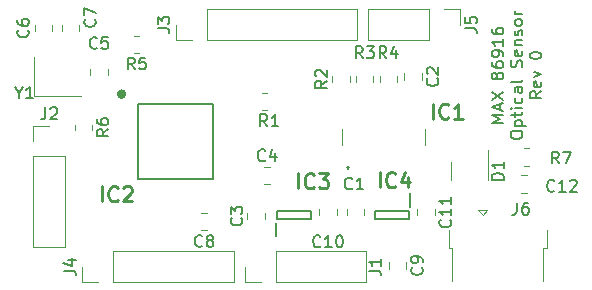
<source format=gto>
%TF.GenerationSoftware,KiCad,Pcbnew,(6.0.1)*%
%TF.CreationDate,2022-01-27T16:39:23-05:00*%
%TF.ProjectId,MAX_86916,4d41585f-3836-4393-9136-2e6b69636164,rev?*%
%TF.SameCoordinates,Original*%
%TF.FileFunction,Legend,Top*%
%TF.FilePolarity,Positive*%
%FSLAX46Y46*%
G04 Gerber Fmt 4.6, Leading zero omitted, Abs format (unit mm)*
G04 Created by KiCad (PCBNEW (6.0.1)) date 2022-01-27 16:39:23*
%MOMM*%
%LPD*%
G01*
G04 APERTURE LIST*
%ADD10C,0.150000*%
%ADD11C,0.254000*%
%ADD12C,0.120000*%
%ADD13C,0.200000*%
%ADD14C,0.400000*%
%ADD15C,0.100000*%
G04 APERTURE END LIST*
D10*
X96242380Y-109800000D02*
X95242380Y-109800000D01*
X95956666Y-109466666D01*
X95242380Y-109133333D01*
X96242380Y-109133333D01*
X95956666Y-108704761D02*
X95956666Y-108228571D01*
X96242380Y-108800000D02*
X95242380Y-108466666D01*
X96242380Y-108133333D01*
X95242380Y-107895238D02*
X96242380Y-107228571D01*
X95242380Y-107228571D02*
X96242380Y-107895238D01*
X95670952Y-105942857D02*
X95623333Y-106038095D01*
X95575714Y-106085714D01*
X95480476Y-106133333D01*
X95432857Y-106133333D01*
X95337619Y-106085714D01*
X95290000Y-106038095D01*
X95242380Y-105942857D01*
X95242380Y-105752380D01*
X95290000Y-105657142D01*
X95337619Y-105609523D01*
X95432857Y-105561904D01*
X95480476Y-105561904D01*
X95575714Y-105609523D01*
X95623333Y-105657142D01*
X95670952Y-105752380D01*
X95670952Y-105942857D01*
X95718571Y-106038095D01*
X95766190Y-106085714D01*
X95861428Y-106133333D01*
X96051904Y-106133333D01*
X96147142Y-106085714D01*
X96194761Y-106038095D01*
X96242380Y-105942857D01*
X96242380Y-105752380D01*
X96194761Y-105657142D01*
X96147142Y-105609523D01*
X96051904Y-105561904D01*
X95861428Y-105561904D01*
X95766190Y-105609523D01*
X95718571Y-105657142D01*
X95670952Y-105752380D01*
X95242380Y-104704761D02*
X95242380Y-104895238D01*
X95290000Y-104990476D01*
X95337619Y-105038095D01*
X95480476Y-105133333D01*
X95670952Y-105180952D01*
X96051904Y-105180952D01*
X96147142Y-105133333D01*
X96194761Y-105085714D01*
X96242380Y-104990476D01*
X96242380Y-104800000D01*
X96194761Y-104704761D01*
X96147142Y-104657142D01*
X96051904Y-104609523D01*
X95813809Y-104609523D01*
X95718571Y-104657142D01*
X95670952Y-104704761D01*
X95623333Y-104800000D01*
X95623333Y-104990476D01*
X95670952Y-105085714D01*
X95718571Y-105133333D01*
X95813809Y-105180952D01*
X96242380Y-104133333D02*
X96242380Y-103942857D01*
X96194761Y-103847619D01*
X96147142Y-103800000D01*
X96004285Y-103704761D01*
X95813809Y-103657142D01*
X95432857Y-103657142D01*
X95337619Y-103704761D01*
X95290000Y-103752380D01*
X95242380Y-103847619D01*
X95242380Y-104038095D01*
X95290000Y-104133333D01*
X95337619Y-104180952D01*
X95432857Y-104228571D01*
X95670952Y-104228571D01*
X95766190Y-104180952D01*
X95813809Y-104133333D01*
X95861428Y-104038095D01*
X95861428Y-103847619D01*
X95813809Y-103752380D01*
X95766190Y-103704761D01*
X95670952Y-103657142D01*
X96242380Y-102704761D02*
X96242380Y-103276190D01*
X96242380Y-102990476D02*
X95242380Y-102990476D01*
X95385238Y-103085714D01*
X95480476Y-103180952D01*
X95528095Y-103276190D01*
X95242380Y-101847619D02*
X95242380Y-102038095D01*
X95290000Y-102133333D01*
X95337619Y-102180952D01*
X95480476Y-102276190D01*
X95670952Y-102323809D01*
X96051904Y-102323809D01*
X96147142Y-102276190D01*
X96194761Y-102228571D01*
X96242380Y-102133333D01*
X96242380Y-101942857D01*
X96194761Y-101847619D01*
X96147142Y-101800000D01*
X96051904Y-101752380D01*
X95813809Y-101752380D01*
X95718571Y-101800000D01*
X95670952Y-101847619D01*
X95623333Y-101942857D01*
X95623333Y-102133333D01*
X95670952Y-102228571D01*
X95718571Y-102276190D01*
X95813809Y-102323809D01*
X96852380Y-110919047D02*
X96852380Y-110728571D01*
X96900000Y-110633333D01*
X96995238Y-110538095D01*
X97185714Y-110490476D01*
X97519047Y-110490476D01*
X97709523Y-110538095D01*
X97804761Y-110633333D01*
X97852380Y-110728571D01*
X97852380Y-110919047D01*
X97804761Y-111014285D01*
X97709523Y-111109523D01*
X97519047Y-111157142D01*
X97185714Y-111157142D01*
X96995238Y-111109523D01*
X96900000Y-111014285D01*
X96852380Y-110919047D01*
X97185714Y-110061904D02*
X98185714Y-110061904D01*
X97233333Y-110061904D02*
X97185714Y-109966666D01*
X97185714Y-109776190D01*
X97233333Y-109680952D01*
X97280952Y-109633333D01*
X97376190Y-109585714D01*
X97661904Y-109585714D01*
X97757142Y-109633333D01*
X97804761Y-109680952D01*
X97852380Y-109776190D01*
X97852380Y-109966666D01*
X97804761Y-110061904D01*
X97185714Y-109300000D02*
X97185714Y-108919047D01*
X96852380Y-109157142D02*
X97709523Y-109157142D01*
X97804761Y-109109523D01*
X97852380Y-109014285D01*
X97852380Y-108919047D01*
X97852380Y-108585714D02*
X97185714Y-108585714D01*
X96852380Y-108585714D02*
X96900000Y-108633333D01*
X96947619Y-108585714D01*
X96900000Y-108538095D01*
X96852380Y-108585714D01*
X96947619Y-108585714D01*
X97804761Y-107680952D02*
X97852380Y-107776190D01*
X97852380Y-107966666D01*
X97804761Y-108061904D01*
X97757142Y-108109523D01*
X97661904Y-108157142D01*
X97376190Y-108157142D01*
X97280952Y-108109523D01*
X97233333Y-108061904D01*
X97185714Y-107966666D01*
X97185714Y-107776190D01*
X97233333Y-107680952D01*
X97852380Y-106823809D02*
X97328571Y-106823809D01*
X97233333Y-106871428D01*
X97185714Y-106966666D01*
X97185714Y-107157142D01*
X97233333Y-107252380D01*
X97804761Y-106823809D02*
X97852380Y-106919047D01*
X97852380Y-107157142D01*
X97804761Y-107252380D01*
X97709523Y-107300000D01*
X97614285Y-107300000D01*
X97519047Y-107252380D01*
X97471428Y-107157142D01*
X97471428Y-106919047D01*
X97423809Y-106823809D01*
X97852380Y-106204761D02*
X97804761Y-106300000D01*
X97709523Y-106347619D01*
X96852380Y-106347619D01*
X97804761Y-105109523D02*
X97852380Y-104966666D01*
X97852380Y-104728571D01*
X97804761Y-104633333D01*
X97757142Y-104585714D01*
X97661904Y-104538095D01*
X97566666Y-104538095D01*
X97471428Y-104585714D01*
X97423809Y-104633333D01*
X97376190Y-104728571D01*
X97328571Y-104919047D01*
X97280952Y-105014285D01*
X97233333Y-105061904D01*
X97138095Y-105109523D01*
X97042857Y-105109523D01*
X96947619Y-105061904D01*
X96900000Y-105014285D01*
X96852380Y-104919047D01*
X96852380Y-104680952D01*
X96900000Y-104538095D01*
X97804761Y-103728571D02*
X97852380Y-103823809D01*
X97852380Y-104014285D01*
X97804761Y-104109523D01*
X97709523Y-104157142D01*
X97328571Y-104157142D01*
X97233333Y-104109523D01*
X97185714Y-104014285D01*
X97185714Y-103823809D01*
X97233333Y-103728571D01*
X97328571Y-103680952D01*
X97423809Y-103680952D01*
X97519047Y-104157142D01*
X97185714Y-103252380D02*
X97852380Y-103252380D01*
X97280952Y-103252380D02*
X97233333Y-103204761D01*
X97185714Y-103109523D01*
X97185714Y-102966666D01*
X97233333Y-102871428D01*
X97328571Y-102823809D01*
X97852380Y-102823809D01*
X97804761Y-102395238D02*
X97852380Y-102300000D01*
X97852380Y-102109523D01*
X97804761Y-102014285D01*
X97709523Y-101966666D01*
X97661904Y-101966666D01*
X97566666Y-102014285D01*
X97519047Y-102109523D01*
X97519047Y-102252380D01*
X97471428Y-102347619D01*
X97376190Y-102395238D01*
X97328571Y-102395238D01*
X97233333Y-102347619D01*
X97185714Y-102252380D01*
X97185714Y-102109523D01*
X97233333Y-102014285D01*
X97852380Y-101395238D02*
X97804761Y-101490476D01*
X97757142Y-101538095D01*
X97661904Y-101585714D01*
X97376190Y-101585714D01*
X97280952Y-101538095D01*
X97233333Y-101490476D01*
X97185714Y-101395238D01*
X97185714Y-101252380D01*
X97233333Y-101157142D01*
X97280952Y-101109523D01*
X97376190Y-101061904D01*
X97661904Y-101061904D01*
X97757142Y-101109523D01*
X97804761Y-101157142D01*
X97852380Y-101252380D01*
X97852380Y-101395238D01*
X97852380Y-100633333D02*
X97185714Y-100633333D01*
X97376190Y-100633333D02*
X97280952Y-100585714D01*
X97233333Y-100538095D01*
X97185714Y-100442857D01*
X97185714Y-100347619D01*
X99462380Y-107157142D02*
X98986190Y-107490476D01*
X99462380Y-107728571D02*
X98462380Y-107728571D01*
X98462380Y-107347619D01*
X98510000Y-107252380D01*
X98557619Y-107204761D01*
X98652857Y-107157142D01*
X98795714Y-107157142D01*
X98890952Y-107204761D01*
X98938571Y-107252380D01*
X98986190Y-107347619D01*
X98986190Y-107728571D01*
X99414761Y-106347619D02*
X99462380Y-106442857D01*
X99462380Y-106633333D01*
X99414761Y-106728571D01*
X99319523Y-106776190D01*
X98938571Y-106776190D01*
X98843333Y-106728571D01*
X98795714Y-106633333D01*
X98795714Y-106442857D01*
X98843333Y-106347619D01*
X98938571Y-106300000D01*
X99033809Y-106300000D01*
X99129047Y-106776190D01*
X98795714Y-105966666D02*
X99462380Y-105728571D01*
X98795714Y-105490476D01*
X98462380Y-104157142D02*
X98462380Y-104061904D01*
X98510000Y-103966666D01*
X98557619Y-103919047D01*
X98652857Y-103871428D01*
X98843333Y-103823809D01*
X99081428Y-103823809D01*
X99271904Y-103871428D01*
X99367142Y-103919047D01*
X99414761Y-103966666D01*
X99462380Y-104061904D01*
X99462380Y-104157142D01*
X99414761Y-104252380D01*
X99367142Y-104300000D01*
X99271904Y-104347619D01*
X99081428Y-104395238D01*
X98843333Y-104395238D01*
X98652857Y-104347619D01*
X98557619Y-104300000D01*
X98510000Y-104252380D01*
X98462380Y-104157142D01*
%TO.C,J2*%
X57454166Y-108522380D02*
X57454166Y-109236666D01*
X57406547Y-109379523D01*
X57311309Y-109474761D01*
X57168452Y-109522380D01*
X57073214Y-109522380D01*
X57882738Y-108617619D02*
X57930357Y-108570000D01*
X58025595Y-108522380D01*
X58263690Y-108522380D01*
X58358928Y-108570000D01*
X58406547Y-108617619D01*
X58454166Y-108712857D01*
X58454166Y-108808095D01*
X58406547Y-108950952D01*
X57835119Y-109522380D01*
X58454166Y-109522380D01*
%TO.C,R5*%
X65020833Y-105302380D02*
X64687500Y-104826190D01*
X64449404Y-105302380D02*
X64449404Y-104302380D01*
X64830357Y-104302380D01*
X64925595Y-104350000D01*
X64973214Y-104397619D01*
X65020833Y-104492857D01*
X65020833Y-104635714D01*
X64973214Y-104730952D01*
X64925595Y-104778571D01*
X64830357Y-104826190D01*
X64449404Y-104826190D01*
X65925595Y-104302380D02*
X65449404Y-104302380D01*
X65401785Y-104778571D01*
X65449404Y-104730952D01*
X65544642Y-104683333D01*
X65782738Y-104683333D01*
X65877976Y-104730952D01*
X65925595Y-104778571D01*
X65973214Y-104873809D01*
X65973214Y-105111904D01*
X65925595Y-105207142D01*
X65877976Y-105254761D01*
X65782738Y-105302380D01*
X65544642Y-105302380D01*
X65449404Y-105254761D01*
X65401785Y-105207142D01*
%TO.C,C4*%
X76070833Y-112977142D02*
X76023214Y-113024761D01*
X75880357Y-113072380D01*
X75785119Y-113072380D01*
X75642261Y-113024761D01*
X75547023Y-112929523D01*
X75499404Y-112834285D01*
X75451785Y-112643809D01*
X75451785Y-112500952D01*
X75499404Y-112310476D01*
X75547023Y-112215238D01*
X75642261Y-112120000D01*
X75785119Y-112072380D01*
X75880357Y-112072380D01*
X76023214Y-112120000D01*
X76070833Y-112167619D01*
X76927976Y-112405714D02*
X76927976Y-113072380D01*
X76689880Y-112024761D02*
X76451785Y-112739047D01*
X77070833Y-112739047D01*
%TO.C,J4*%
X59034880Y-122333333D02*
X59749166Y-122333333D01*
X59892023Y-122380952D01*
X59987261Y-122476190D01*
X60034880Y-122619047D01*
X60034880Y-122714285D01*
X59368214Y-121428571D02*
X60034880Y-121428571D01*
X58987261Y-121666666D02*
X59701547Y-121904761D01*
X59701547Y-121285714D01*
%TO.C,J6*%
X97391666Y-116587380D02*
X97391666Y-117301666D01*
X97344047Y-117444523D01*
X97248809Y-117539761D01*
X97105952Y-117587380D01*
X97010714Y-117587380D01*
X98296428Y-116587380D02*
X98105952Y-116587380D01*
X98010714Y-116635000D01*
X97963095Y-116682619D01*
X97867857Y-116825476D01*
X97820238Y-117015952D01*
X97820238Y-117396904D01*
X97867857Y-117492142D01*
X97915476Y-117539761D01*
X98010714Y-117587380D01*
X98201190Y-117587380D01*
X98296428Y-117539761D01*
X98344047Y-117492142D01*
X98391666Y-117396904D01*
X98391666Y-117158809D01*
X98344047Y-117063571D01*
X98296428Y-117015952D01*
X98201190Y-116968333D01*
X98010714Y-116968333D01*
X97915476Y-117015952D01*
X97867857Y-117063571D01*
X97820238Y-117158809D01*
%TO.C,C12*%
X100557142Y-115557142D02*
X100509523Y-115604761D01*
X100366666Y-115652380D01*
X100271428Y-115652380D01*
X100128571Y-115604761D01*
X100033333Y-115509523D01*
X99985714Y-115414285D01*
X99938095Y-115223809D01*
X99938095Y-115080952D01*
X99985714Y-114890476D01*
X100033333Y-114795238D01*
X100128571Y-114700000D01*
X100271428Y-114652380D01*
X100366666Y-114652380D01*
X100509523Y-114700000D01*
X100557142Y-114747619D01*
X101509523Y-115652380D02*
X100938095Y-115652380D01*
X101223809Y-115652380D02*
X101223809Y-114652380D01*
X101128571Y-114795238D01*
X101033333Y-114890476D01*
X100938095Y-114938095D01*
X101890476Y-114747619D02*
X101938095Y-114700000D01*
X102033333Y-114652380D01*
X102271428Y-114652380D01*
X102366666Y-114700000D01*
X102414285Y-114747619D01*
X102461904Y-114842857D01*
X102461904Y-114938095D01*
X102414285Y-115080952D01*
X101842857Y-115652380D01*
X102461904Y-115652380D01*
%TO.C,C11*%
X91737142Y-118042857D02*
X91784761Y-118090476D01*
X91832380Y-118233333D01*
X91832380Y-118328571D01*
X91784761Y-118471428D01*
X91689523Y-118566666D01*
X91594285Y-118614285D01*
X91403809Y-118661904D01*
X91260952Y-118661904D01*
X91070476Y-118614285D01*
X90975238Y-118566666D01*
X90880000Y-118471428D01*
X90832380Y-118328571D01*
X90832380Y-118233333D01*
X90880000Y-118090476D01*
X90927619Y-118042857D01*
X91832380Y-117090476D02*
X91832380Y-117661904D01*
X91832380Y-117376190D02*
X90832380Y-117376190D01*
X90975238Y-117471428D01*
X91070476Y-117566666D01*
X91118095Y-117661904D01*
X91832380Y-116138095D02*
X91832380Y-116709523D01*
X91832380Y-116423809D02*
X90832380Y-116423809D01*
X90975238Y-116519047D01*
X91070476Y-116614285D01*
X91118095Y-116709523D01*
%TO.C,D1*%
X96252380Y-114638095D02*
X95252380Y-114638095D01*
X95252380Y-114400000D01*
X95300000Y-114257142D01*
X95395238Y-114161904D01*
X95490476Y-114114285D01*
X95680952Y-114066666D01*
X95823809Y-114066666D01*
X96014285Y-114114285D01*
X96109523Y-114161904D01*
X96204761Y-114257142D01*
X96252380Y-114400000D01*
X96252380Y-114638095D01*
X96252380Y-113114285D02*
X96252380Y-113685714D01*
X96252380Y-113400000D02*
X95252380Y-113400000D01*
X95395238Y-113495238D01*
X95490476Y-113590476D01*
X95538095Y-113685714D01*
%TO.C,Y1*%
X55223809Y-107276190D02*
X55223809Y-107752380D01*
X54890476Y-106752380D02*
X55223809Y-107276190D01*
X55557142Y-106752380D01*
X56414285Y-107752380D02*
X55842857Y-107752380D01*
X56128571Y-107752380D02*
X56128571Y-106752380D01*
X56033333Y-106895238D01*
X55938095Y-106990476D01*
X55842857Y-107038095D01*
%TO.C,C9*%
X89337142Y-122066666D02*
X89384761Y-122114285D01*
X89432380Y-122257142D01*
X89432380Y-122352380D01*
X89384761Y-122495238D01*
X89289523Y-122590476D01*
X89194285Y-122638095D01*
X89003809Y-122685714D01*
X88860952Y-122685714D01*
X88670476Y-122638095D01*
X88575238Y-122590476D01*
X88480000Y-122495238D01*
X88432380Y-122352380D01*
X88432380Y-122257142D01*
X88480000Y-122114285D01*
X88527619Y-122066666D01*
X89432380Y-121590476D02*
X89432380Y-121400000D01*
X89384761Y-121304761D01*
X89337142Y-121257142D01*
X89194285Y-121161904D01*
X89003809Y-121114285D01*
X88622857Y-121114285D01*
X88527619Y-121161904D01*
X88480000Y-121209523D01*
X88432380Y-121304761D01*
X88432380Y-121495238D01*
X88480000Y-121590476D01*
X88527619Y-121638095D01*
X88622857Y-121685714D01*
X88860952Y-121685714D01*
X88956190Y-121638095D01*
X89003809Y-121590476D01*
X89051428Y-121495238D01*
X89051428Y-121304761D01*
X89003809Y-121209523D01*
X88956190Y-121161904D01*
X88860952Y-121114285D01*
D11*
%TO.C,IC2*%
X62260238Y-116474523D02*
X62260238Y-115204523D01*
X63590714Y-116353571D02*
X63530238Y-116414047D01*
X63348809Y-116474523D01*
X63227857Y-116474523D01*
X63046428Y-116414047D01*
X62925476Y-116293095D01*
X62865000Y-116172142D01*
X62804523Y-115930238D01*
X62804523Y-115748809D01*
X62865000Y-115506904D01*
X62925476Y-115385952D01*
X63046428Y-115265000D01*
X63227857Y-115204523D01*
X63348809Y-115204523D01*
X63530238Y-115265000D01*
X63590714Y-115325476D01*
X64074523Y-115325476D02*
X64135000Y-115265000D01*
X64255952Y-115204523D01*
X64558333Y-115204523D01*
X64679285Y-115265000D01*
X64739761Y-115325476D01*
X64800238Y-115446428D01*
X64800238Y-115567380D01*
X64739761Y-115748809D01*
X64014047Y-116474523D01*
X64800238Y-116474523D01*
D10*
%TO.C,R2*%
X81302380Y-106266666D02*
X80826190Y-106600000D01*
X81302380Y-106838095D02*
X80302380Y-106838095D01*
X80302380Y-106457142D01*
X80350000Y-106361904D01*
X80397619Y-106314285D01*
X80492857Y-106266666D01*
X80635714Y-106266666D01*
X80730952Y-106314285D01*
X80778571Y-106361904D01*
X80826190Y-106457142D01*
X80826190Y-106838095D01*
X80397619Y-105885714D02*
X80350000Y-105838095D01*
X80302380Y-105742857D01*
X80302380Y-105504761D01*
X80350000Y-105409523D01*
X80397619Y-105361904D01*
X80492857Y-105314285D01*
X80588095Y-105314285D01*
X80730952Y-105361904D01*
X81302380Y-105933333D01*
X81302380Y-105314285D01*
%TO.C,R3*%
X84333333Y-104352380D02*
X84000000Y-103876190D01*
X83761904Y-104352380D02*
X83761904Y-103352380D01*
X84142857Y-103352380D01*
X84238095Y-103400000D01*
X84285714Y-103447619D01*
X84333333Y-103542857D01*
X84333333Y-103685714D01*
X84285714Y-103780952D01*
X84238095Y-103828571D01*
X84142857Y-103876190D01*
X83761904Y-103876190D01*
X84666666Y-103352380D02*
X85285714Y-103352380D01*
X84952380Y-103733333D01*
X85095238Y-103733333D01*
X85190476Y-103780952D01*
X85238095Y-103828571D01*
X85285714Y-103923809D01*
X85285714Y-104161904D01*
X85238095Y-104257142D01*
X85190476Y-104304761D01*
X85095238Y-104352380D01*
X84809523Y-104352380D01*
X84714285Y-104304761D01*
X84666666Y-104257142D01*
D11*
%TO.C,IC4*%
X85760238Y-115274523D02*
X85760238Y-114004523D01*
X87090714Y-115153571D02*
X87030238Y-115214047D01*
X86848809Y-115274523D01*
X86727857Y-115274523D01*
X86546428Y-115214047D01*
X86425476Y-115093095D01*
X86365000Y-114972142D01*
X86304523Y-114730238D01*
X86304523Y-114548809D01*
X86365000Y-114306904D01*
X86425476Y-114185952D01*
X86546428Y-114065000D01*
X86727857Y-114004523D01*
X86848809Y-114004523D01*
X87030238Y-114065000D01*
X87090714Y-114125476D01*
X88179285Y-114427857D02*
X88179285Y-115274523D01*
X87876904Y-113944047D02*
X87574523Y-114851190D01*
X88360714Y-114851190D01*
D10*
%TO.C,R6*%
X62802380Y-110366666D02*
X62326190Y-110700000D01*
X62802380Y-110938095D02*
X61802380Y-110938095D01*
X61802380Y-110557142D01*
X61850000Y-110461904D01*
X61897619Y-110414285D01*
X61992857Y-110366666D01*
X62135714Y-110366666D01*
X62230952Y-110414285D01*
X62278571Y-110461904D01*
X62326190Y-110557142D01*
X62326190Y-110938095D01*
X61802380Y-109509523D02*
X61802380Y-109700000D01*
X61850000Y-109795238D01*
X61897619Y-109842857D01*
X62040476Y-109938095D01*
X62230952Y-109985714D01*
X62611904Y-109985714D01*
X62707142Y-109938095D01*
X62754761Y-109890476D01*
X62802380Y-109795238D01*
X62802380Y-109604761D01*
X62754761Y-109509523D01*
X62707142Y-109461904D01*
X62611904Y-109414285D01*
X62373809Y-109414285D01*
X62278571Y-109461904D01*
X62230952Y-109509523D01*
X62183333Y-109604761D01*
X62183333Y-109795238D01*
X62230952Y-109890476D01*
X62278571Y-109938095D01*
X62373809Y-109985714D01*
%TO.C,J5*%
X93007380Y-101833333D02*
X93721666Y-101833333D01*
X93864523Y-101880952D01*
X93959761Y-101976190D01*
X94007380Y-102119047D01*
X94007380Y-102214285D01*
X93007380Y-100880952D02*
X93007380Y-101357142D01*
X93483571Y-101404761D01*
X93435952Y-101357142D01*
X93388333Y-101261904D01*
X93388333Y-101023809D01*
X93435952Y-100928571D01*
X93483571Y-100880952D01*
X93578809Y-100833333D01*
X93816904Y-100833333D01*
X93912142Y-100880952D01*
X93959761Y-100928571D01*
X94007380Y-101023809D01*
X94007380Y-101261904D01*
X93959761Y-101357142D01*
X93912142Y-101404761D01*
%TO.C,C2*%
X90637142Y-106066666D02*
X90684761Y-106114285D01*
X90732380Y-106257142D01*
X90732380Y-106352380D01*
X90684761Y-106495238D01*
X90589523Y-106590476D01*
X90494285Y-106638095D01*
X90303809Y-106685714D01*
X90160952Y-106685714D01*
X89970476Y-106638095D01*
X89875238Y-106590476D01*
X89780000Y-106495238D01*
X89732380Y-106352380D01*
X89732380Y-106257142D01*
X89780000Y-106114285D01*
X89827619Y-106066666D01*
X89827619Y-105685714D02*
X89780000Y-105638095D01*
X89732380Y-105542857D01*
X89732380Y-105304761D01*
X89780000Y-105209523D01*
X89827619Y-105161904D01*
X89922857Y-105114285D01*
X90018095Y-105114285D01*
X90160952Y-105161904D01*
X90732380Y-105733333D01*
X90732380Y-105114285D01*
D11*
%TO.C,IC1*%
X90260238Y-109474523D02*
X90260238Y-108204523D01*
X91590714Y-109353571D02*
X91530238Y-109414047D01*
X91348809Y-109474523D01*
X91227857Y-109474523D01*
X91046428Y-109414047D01*
X90925476Y-109293095D01*
X90865000Y-109172142D01*
X90804523Y-108930238D01*
X90804523Y-108748809D01*
X90865000Y-108506904D01*
X90925476Y-108385952D01*
X91046428Y-108265000D01*
X91227857Y-108204523D01*
X91348809Y-108204523D01*
X91530238Y-108265000D01*
X91590714Y-108325476D01*
X92800238Y-109474523D02*
X92074523Y-109474523D01*
X92437380Y-109474523D02*
X92437380Y-108204523D01*
X92316428Y-108385952D01*
X92195476Y-108506904D01*
X92074523Y-108567380D01*
D10*
%TO.C,J1*%
X84852380Y-122333333D02*
X85566666Y-122333333D01*
X85709523Y-122380952D01*
X85804761Y-122476190D01*
X85852380Y-122619047D01*
X85852380Y-122714285D01*
X85852380Y-121333333D02*
X85852380Y-121904761D01*
X85852380Y-121619047D02*
X84852380Y-121619047D01*
X84995238Y-121714285D01*
X85090476Y-121809523D01*
X85138095Y-121904761D01*
%TO.C,R4*%
X86333333Y-104352380D02*
X86000000Y-103876190D01*
X85761904Y-104352380D02*
X85761904Y-103352380D01*
X86142857Y-103352380D01*
X86238095Y-103400000D01*
X86285714Y-103447619D01*
X86333333Y-103542857D01*
X86333333Y-103685714D01*
X86285714Y-103780952D01*
X86238095Y-103828571D01*
X86142857Y-103876190D01*
X85761904Y-103876190D01*
X87190476Y-103685714D02*
X87190476Y-104352380D01*
X86952380Y-103304761D02*
X86714285Y-104019047D01*
X87333333Y-104019047D01*
%TO.C,C1*%
X83433333Y-115357142D02*
X83385714Y-115404761D01*
X83242857Y-115452380D01*
X83147619Y-115452380D01*
X83004761Y-115404761D01*
X82909523Y-115309523D01*
X82861904Y-115214285D01*
X82814285Y-115023809D01*
X82814285Y-114880952D01*
X82861904Y-114690476D01*
X82909523Y-114595238D01*
X83004761Y-114500000D01*
X83147619Y-114452380D01*
X83242857Y-114452380D01*
X83385714Y-114500000D01*
X83433333Y-114547619D01*
X84385714Y-115452380D02*
X83814285Y-115452380D01*
X84100000Y-115452380D02*
X84100000Y-114452380D01*
X84004761Y-114595238D01*
X83909523Y-114690476D01*
X83814285Y-114738095D01*
%TO.C,R7*%
X100933333Y-113252380D02*
X100600000Y-112776190D01*
X100361904Y-113252380D02*
X100361904Y-112252380D01*
X100742857Y-112252380D01*
X100838095Y-112300000D01*
X100885714Y-112347619D01*
X100933333Y-112442857D01*
X100933333Y-112585714D01*
X100885714Y-112680952D01*
X100838095Y-112728571D01*
X100742857Y-112776190D01*
X100361904Y-112776190D01*
X101266666Y-112252380D02*
X101933333Y-112252380D01*
X101504761Y-113252380D01*
%TO.C,C7*%
X61637142Y-101066666D02*
X61684761Y-101114285D01*
X61732380Y-101257142D01*
X61732380Y-101352380D01*
X61684761Y-101495238D01*
X61589523Y-101590476D01*
X61494285Y-101638095D01*
X61303809Y-101685714D01*
X61160952Y-101685714D01*
X60970476Y-101638095D01*
X60875238Y-101590476D01*
X60780000Y-101495238D01*
X60732380Y-101352380D01*
X60732380Y-101257142D01*
X60780000Y-101114285D01*
X60827619Y-101066666D01*
X60732380Y-100733333D02*
X60732380Y-100066666D01*
X61732380Y-100495238D01*
D11*
%TO.C,IC3*%
X78860238Y-115374523D02*
X78860238Y-114104523D01*
X80190714Y-115253571D02*
X80130238Y-115314047D01*
X79948809Y-115374523D01*
X79827857Y-115374523D01*
X79646428Y-115314047D01*
X79525476Y-115193095D01*
X79465000Y-115072142D01*
X79404523Y-114830238D01*
X79404523Y-114648809D01*
X79465000Y-114406904D01*
X79525476Y-114285952D01*
X79646428Y-114165000D01*
X79827857Y-114104523D01*
X79948809Y-114104523D01*
X80130238Y-114165000D01*
X80190714Y-114225476D01*
X80614047Y-114104523D02*
X81400238Y-114104523D01*
X80976904Y-114588333D01*
X81158333Y-114588333D01*
X81279285Y-114648809D01*
X81339761Y-114709285D01*
X81400238Y-114830238D01*
X81400238Y-115132619D01*
X81339761Y-115253571D01*
X81279285Y-115314047D01*
X81158333Y-115374523D01*
X80795476Y-115374523D01*
X80674523Y-115314047D01*
X80614047Y-115253571D01*
D10*
%TO.C,C6*%
X55977142Y-101966666D02*
X56024761Y-102014285D01*
X56072380Y-102157142D01*
X56072380Y-102252380D01*
X56024761Y-102395238D01*
X55929523Y-102490476D01*
X55834285Y-102538095D01*
X55643809Y-102585714D01*
X55500952Y-102585714D01*
X55310476Y-102538095D01*
X55215238Y-102490476D01*
X55120000Y-102395238D01*
X55072380Y-102252380D01*
X55072380Y-102157142D01*
X55120000Y-102014285D01*
X55167619Y-101966666D01*
X55072380Y-101109523D02*
X55072380Y-101300000D01*
X55120000Y-101395238D01*
X55167619Y-101442857D01*
X55310476Y-101538095D01*
X55500952Y-101585714D01*
X55881904Y-101585714D01*
X55977142Y-101538095D01*
X56024761Y-101490476D01*
X56072380Y-101395238D01*
X56072380Y-101204761D01*
X56024761Y-101109523D01*
X55977142Y-101061904D01*
X55881904Y-101014285D01*
X55643809Y-101014285D01*
X55548571Y-101061904D01*
X55500952Y-101109523D01*
X55453333Y-101204761D01*
X55453333Y-101395238D01*
X55500952Y-101490476D01*
X55548571Y-101538095D01*
X55643809Y-101585714D01*
%TO.C,C5*%
X61833333Y-103457142D02*
X61785714Y-103504761D01*
X61642857Y-103552380D01*
X61547619Y-103552380D01*
X61404761Y-103504761D01*
X61309523Y-103409523D01*
X61261904Y-103314285D01*
X61214285Y-103123809D01*
X61214285Y-102980952D01*
X61261904Y-102790476D01*
X61309523Y-102695238D01*
X61404761Y-102600000D01*
X61547619Y-102552380D01*
X61642857Y-102552380D01*
X61785714Y-102600000D01*
X61833333Y-102647619D01*
X62738095Y-102552380D02*
X62261904Y-102552380D01*
X62214285Y-103028571D01*
X62261904Y-102980952D01*
X62357142Y-102933333D01*
X62595238Y-102933333D01*
X62690476Y-102980952D01*
X62738095Y-103028571D01*
X62785714Y-103123809D01*
X62785714Y-103361904D01*
X62738095Y-103457142D01*
X62690476Y-103504761D01*
X62595238Y-103552380D01*
X62357142Y-103552380D01*
X62261904Y-103504761D01*
X62214285Y-103457142D01*
%TO.C,C8*%
X70733333Y-120237142D02*
X70685714Y-120284761D01*
X70542857Y-120332380D01*
X70447619Y-120332380D01*
X70304761Y-120284761D01*
X70209523Y-120189523D01*
X70161904Y-120094285D01*
X70114285Y-119903809D01*
X70114285Y-119760952D01*
X70161904Y-119570476D01*
X70209523Y-119475238D01*
X70304761Y-119380000D01*
X70447619Y-119332380D01*
X70542857Y-119332380D01*
X70685714Y-119380000D01*
X70733333Y-119427619D01*
X71304761Y-119760952D02*
X71209523Y-119713333D01*
X71161904Y-119665714D01*
X71114285Y-119570476D01*
X71114285Y-119522857D01*
X71161904Y-119427619D01*
X71209523Y-119380000D01*
X71304761Y-119332380D01*
X71495238Y-119332380D01*
X71590476Y-119380000D01*
X71638095Y-119427619D01*
X71685714Y-119522857D01*
X71685714Y-119570476D01*
X71638095Y-119665714D01*
X71590476Y-119713333D01*
X71495238Y-119760952D01*
X71304761Y-119760952D01*
X71209523Y-119808571D01*
X71161904Y-119856190D01*
X71114285Y-119951428D01*
X71114285Y-120141904D01*
X71161904Y-120237142D01*
X71209523Y-120284761D01*
X71304761Y-120332380D01*
X71495238Y-120332380D01*
X71590476Y-120284761D01*
X71638095Y-120237142D01*
X71685714Y-120141904D01*
X71685714Y-119951428D01*
X71638095Y-119856190D01*
X71590476Y-119808571D01*
X71495238Y-119760952D01*
%TO.C,C3*%
X74057142Y-117866666D02*
X74104761Y-117914285D01*
X74152380Y-118057142D01*
X74152380Y-118152380D01*
X74104761Y-118295238D01*
X74009523Y-118390476D01*
X73914285Y-118438095D01*
X73723809Y-118485714D01*
X73580952Y-118485714D01*
X73390476Y-118438095D01*
X73295238Y-118390476D01*
X73200000Y-118295238D01*
X73152380Y-118152380D01*
X73152380Y-118057142D01*
X73200000Y-117914285D01*
X73247619Y-117866666D01*
X73152380Y-117533333D02*
X73152380Y-116914285D01*
X73533333Y-117247619D01*
X73533333Y-117104761D01*
X73580952Y-117009523D01*
X73628571Y-116961904D01*
X73723809Y-116914285D01*
X73961904Y-116914285D01*
X74057142Y-116961904D01*
X74104761Y-117009523D01*
X74152380Y-117104761D01*
X74152380Y-117390476D01*
X74104761Y-117485714D01*
X74057142Y-117533333D01*
%TO.C,J3*%
X66972380Y-101833333D02*
X67686666Y-101833333D01*
X67829523Y-101880952D01*
X67924761Y-101976190D01*
X67972380Y-102119047D01*
X67972380Y-102214285D01*
X66972380Y-101452380D02*
X66972380Y-100833333D01*
X67353333Y-101166666D01*
X67353333Y-101023809D01*
X67400952Y-100928571D01*
X67448571Y-100880952D01*
X67543809Y-100833333D01*
X67781904Y-100833333D01*
X67877142Y-100880952D01*
X67924761Y-100928571D01*
X67972380Y-101023809D01*
X67972380Y-101309523D01*
X67924761Y-101404761D01*
X67877142Y-101452380D01*
%TO.C,C10*%
X80757142Y-120257142D02*
X80709523Y-120304761D01*
X80566666Y-120352380D01*
X80471428Y-120352380D01*
X80328571Y-120304761D01*
X80233333Y-120209523D01*
X80185714Y-120114285D01*
X80138095Y-119923809D01*
X80138095Y-119780952D01*
X80185714Y-119590476D01*
X80233333Y-119495238D01*
X80328571Y-119400000D01*
X80471428Y-119352380D01*
X80566666Y-119352380D01*
X80709523Y-119400000D01*
X80757142Y-119447619D01*
X81709523Y-120352380D02*
X81138095Y-120352380D01*
X81423809Y-120352380D02*
X81423809Y-119352380D01*
X81328571Y-119495238D01*
X81233333Y-119590476D01*
X81138095Y-119638095D01*
X82328571Y-119352380D02*
X82423809Y-119352380D01*
X82519047Y-119400000D01*
X82566666Y-119447619D01*
X82614285Y-119542857D01*
X82661904Y-119733333D01*
X82661904Y-119971428D01*
X82614285Y-120161904D01*
X82566666Y-120257142D01*
X82519047Y-120304761D01*
X82423809Y-120352380D01*
X82328571Y-120352380D01*
X82233333Y-120304761D01*
X82185714Y-120257142D01*
X82138095Y-120161904D01*
X82090476Y-119971428D01*
X82090476Y-119733333D01*
X82138095Y-119542857D01*
X82185714Y-119447619D01*
X82233333Y-119400000D01*
X82328571Y-119352380D01*
%TO.C,R1*%
X76233333Y-110102380D02*
X75900000Y-109626190D01*
X75661904Y-110102380D02*
X75661904Y-109102380D01*
X76042857Y-109102380D01*
X76138095Y-109150000D01*
X76185714Y-109197619D01*
X76233333Y-109292857D01*
X76233333Y-109435714D01*
X76185714Y-109530952D01*
X76138095Y-109578571D01*
X76042857Y-109626190D01*
X75661904Y-109626190D01*
X77185714Y-110102380D02*
X76614285Y-110102380D01*
X76900000Y-110102380D02*
X76900000Y-109102380D01*
X76804761Y-109245238D01*
X76709523Y-109340476D01*
X76614285Y-109388095D01*
D12*
%TO.C,J2*%
X56457500Y-112670000D02*
X56457500Y-120350000D01*
X56457500Y-120350000D02*
X59117500Y-120350000D01*
X56457500Y-111400000D02*
X56457500Y-110070000D01*
X56457500Y-110070000D02*
X57787500Y-110070000D01*
X59117500Y-112670000D02*
X59117500Y-120350000D01*
X56457500Y-112670000D02*
X59117500Y-112670000D01*
%TO.C,R5*%
X65414564Y-103935000D02*
X64960436Y-103935000D01*
X65414564Y-102465000D02*
X64960436Y-102465000D01*
%TO.C,C4*%
X75976248Y-113565000D02*
X76498752Y-113565000D01*
X75976248Y-115035000D02*
X76498752Y-115035000D01*
%TO.C,J4*%
X63182500Y-120670000D02*
X73402500Y-120670000D01*
X63182500Y-123330000D02*
X73402500Y-123330000D01*
X63182500Y-123330000D02*
X63182500Y-120670000D01*
X61912500Y-123330000D02*
X60582500Y-123330000D01*
X73402500Y-123330000D02*
X73402500Y-120670000D01*
X60582500Y-123330000D02*
X60582500Y-122000000D01*
%TO.C,J6*%
X94475000Y-117635000D02*
X94075000Y-117185000D01*
X94075000Y-117185000D02*
X94875000Y-117185000D01*
X99625000Y-120435000D02*
X99925000Y-120435000D01*
X94875000Y-117185000D02*
X94475000Y-117635000D01*
X91625000Y-120435000D02*
X91625000Y-118885000D01*
X91925000Y-123235000D02*
X91925000Y-120435000D01*
X99925000Y-120435000D02*
X99925000Y-118885000D01*
X91625000Y-120435000D02*
X91925000Y-120435000D01*
X99625000Y-123235000D02*
X99625000Y-120435000D01*
%TO.C,C12*%
X98261252Y-115735000D02*
X97738748Y-115735000D01*
X98261252Y-114265000D02*
X97738748Y-114265000D01*
%TO.C,C11*%
X90435000Y-117138748D02*
X90435000Y-117661252D01*
X88965000Y-117138748D02*
X88965000Y-117661252D01*
%TO.C,D1*%
X94960000Y-113900000D02*
X94960000Y-112100000D01*
X94960000Y-113900000D02*
X94960000Y-114700000D01*
X91840000Y-113900000D02*
X91840000Y-113100000D01*
X91840000Y-113900000D02*
X91840000Y-114700000D01*
%TO.C,Y1*%
X56500000Y-107550000D02*
X60500000Y-107550000D01*
X56500000Y-104250000D02*
X56500000Y-107550000D01*
%TO.C,C9*%
X88035000Y-121638748D02*
X88035000Y-122161252D01*
X86565000Y-121638748D02*
X86565000Y-122161252D01*
D13*
%TO.C,IC2*%
X71637500Y-114550000D02*
X65337500Y-114550000D01*
X65337500Y-114550000D02*
X65337500Y-108250000D01*
X65337500Y-108250000D02*
X71637500Y-108250000D01*
X71637500Y-108250000D02*
X71637500Y-114550000D01*
D14*
X64112500Y-107400000D02*
G75*
G03*
X64112500Y-107400000I-200000J0D01*
G01*
D12*
%TO.C,R2*%
X81765000Y-106327064D02*
X81765000Y-105872936D01*
X83235000Y-106327064D02*
X83235000Y-105872936D01*
%TO.C,R3*%
X85235000Y-106327064D02*
X85235000Y-105872936D01*
X83765000Y-106327064D02*
X83765000Y-105872936D01*
D13*
%TO.C,IC4*%
X88250000Y-117275000D02*
X88250000Y-117925000D01*
X88300000Y-115775000D02*
X88300000Y-116925000D01*
X88250000Y-117925000D02*
X85350000Y-117925000D01*
X85350000Y-117275000D02*
X88250000Y-117275000D01*
X85350000Y-117925000D02*
X85350000Y-117275000D01*
D12*
%TO.C,R6*%
X61435000Y-109972936D02*
X61435000Y-110427064D01*
X59965000Y-109972936D02*
X59965000Y-110427064D01*
%TO.C,J5*%
X89955000Y-100170000D02*
X84815000Y-100170000D01*
X91225000Y-100170000D02*
X92555000Y-100170000D01*
X92555000Y-100170000D02*
X92555000Y-101500000D01*
X89955000Y-102830000D02*
X84815000Y-102830000D01*
X89955000Y-100170000D02*
X89955000Y-102830000D01*
X84815000Y-100170000D02*
X84815000Y-102830000D01*
%TO.C,C2*%
X89335000Y-105638748D02*
X89335000Y-106161252D01*
X87865000Y-105638748D02*
X87865000Y-106161252D01*
D15*
%TO.C,IC1*%
X82587500Y-111725000D02*
X82587500Y-111725000D01*
X89587500Y-111725000D02*
X89587500Y-111725000D01*
X89587500Y-110325000D02*
X89587500Y-110325000D01*
D13*
X83087500Y-113725000D02*
X83087500Y-113725000D01*
D15*
X82587500Y-110325000D02*
X82587500Y-110325000D01*
X89587500Y-111725000D02*
X89587500Y-110325000D01*
D13*
X83087500Y-113525000D02*
X83087500Y-113525000D01*
D15*
X82587500Y-111725000D02*
X82587500Y-110325000D01*
X89587500Y-110325000D02*
X89587500Y-111725000D01*
D13*
X83087500Y-113725000D02*
X83087500Y-113725000D01*
D15*
X82587500Y-110325000D02*
X82587500Y-111725000D01*
D13*
X83087500Y-113725000D02*
G75*
G03*
X83087500Y-113525000I0J100000D01*
G01*
X83087500Y-113525000D02*
G75*
G03*
X83087500Y-113725000I0J-100000D01*
G01*
X83087500Y-113725000D02*
G75*
G03*
X83087500Y-113525000I0J100000D01*
G01*
D12*
%TO.C,J1*%
X76970000Y-120670000D02*
X84650000Y-120670000D01*
X76970000Y-123330000D02*
X76970000Y-120670000D01*
X84650000Y-123330000D02*
X84650000Y-120670000D01*
X75700000Y-123330000D02*
X74370000Y-123330000D01*
X74370000Y-123330000D02*
X74370000Y-122000000D01*
X76970000Y-123330000D02*
X84650000Y-123330000D01*
%TO.C,R4*%
X85765000Y-106327064D02*
X85765000Y-105872936D01*
X87235000Y-106327064D02*
X87235000Y-105872936D01*
%TO.C,C1*%
X82965000Y-117661252D02*
X82965000Y-117138748D01*
X84435000Y-117661252D02*
X84435000Y-117138748D01*
%TO.C,R7*%
X98427064Y-111965000D02*
X97972936Y-111965000D01*
X98427064Y-113435000D02*
X97972936Y-113435000D01*
%TO.C,C7*%
X58865000Y-101501248D02*
X58865000Y-102023752D01*
X60335000Y-101501248D02*
X60335000Y-102023752D01*
D13*
%TO.C,IC3*%
X77037500Y-117925000D02*
X77037500Y-117275000D01*
X77037500Y-117275000D02*
X79937500Y-117275000D01*
X79937500Y-117925000D02*
X77037500Y-117925000D01*
X79937500Y-117275000D02*
X79937500Y-117925000D01*
X76987500Y-119425000D02*
X76987500Y-118275000D01*
D12*
%TO.C,C6*%
X58035000Y-102061252D02*
X58035000Y-101538748D01*
X56565000Y-102061252D02*
X56565000Y-101538748D01*
%TO.C,C5*%
X61265000Y-105761252D02*
X61265000Y-105238748D01*
X62735000Y-105761252D02*
X62735000Y-105238748D01*
%TO.C,C8*%
X71161252Y-118935000D02*
X70638748Y-118935000D01*
X71161252Y-117465000D02*
X70638748Y-117465000D01*
%TO.C,C3*%
X74565000Y-117438748D02*
X74565000Y-117961252D01*
X76035000Y-117438748D02*
X76035000Y-117961252D01*
%TO.C,J3*%
X68520000Y-102830000D02*
X68520000Y-101500000D01*
X71120000Y-100170000D02*
X83880000Y-100170000D01*
X69850000Y-102830000D02*
X68520000Y-102830000D01*
X71120000Y-102830000D02*
X71120000Y-100170000D01*
X71120000Y-102830000D02*
X83880000Y-102830000D01*
X83880000Y-102830000D02*
X83880000Y-100170000D01*
%TO.C,C10*%
X82135000Y-117661252D02*
X82135000Y-117138748D01*
X80665000Y-117661252D02*
X80665000Y-117138748D01*
%TO.C,R1*%
X76227064Y-107265000D02*
X75772936Y-107265000D01*
X76227064Y-108735000D02*
X75772936Y-108735000D01*
%TD*%
M02*

</source>
